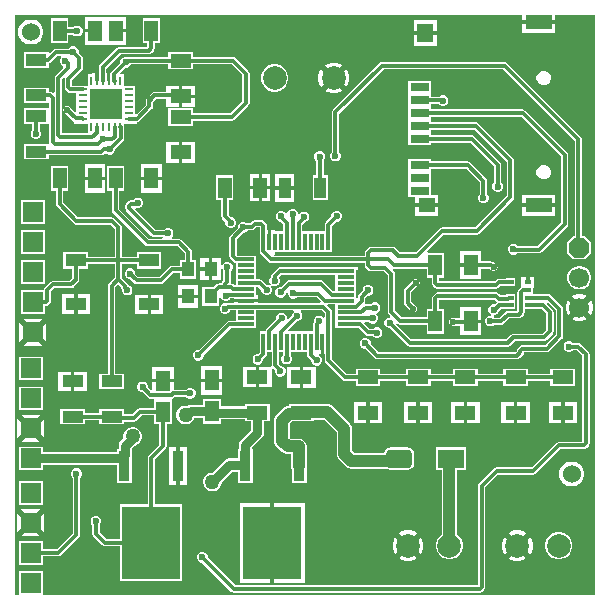
<source format=gtl>
G04*
G04 #@! TF.GenerationSoftware,Altium Limited,Altium Designer,21.1.1 (26)*
G04*
G04 Layer_Physical_Order=1*
G04 Layer_Color=255*
%FSLAX25Y25*%
%MOIN*%
G70*
G04*
G04 #@! TF.SameCoordinates,04740601-0AD8-466E-96FA-1E4AED34599A*
G04*
G04*
G04 #@! TF.FilePolarity,Positive*
G04*
G01*
G75*
%ADD12C,0.01000*%
%ADD18R,0.06299X0.02756*%
%ADD19R,0.05512X0.04724*%
%ADD20R,0.08661X0.04724*%
%ADD21R,0.05512X0.06299*%
%ADD22R,0.04842X0.07087*%
%ADD23R,0.01181X0.05709*%
%ADD24R,0.05709X0.01181*%
%ADD25R,0.03740X0.10236*%
%ADD26R,0.19291X0.24410*%
%ADD27R,0.07087X0.04331*%
G04:AMPARAMS|DCode=28|XSize=62.99mil|YSize=86.61mil|CornerRadius=15.75mil|HoleSize=0mil|Usage=FLASHONLY|Rotation=270.000|XOffset=0mil|YOffset=0mil|HoleType=Round|Shape=RoundedRectangle|*
%AMROUNDEDRECTD28*
21,1,0.06299,0.05512,0,0,270.0*
21,1,0.03150,0.08661,0,0,270.0*
1,1,0.03150,-0.02756,-0.01575*
1,1,0.03150,-0.02756,0.01575*
1,1,0.03150,0.02756,0.01575*
1,1,0.03150,0.02756,-0.01575*
%
%ADD28ROUNDEDRECTD28*%
%ADD29R,0.08661X0.06299*%
%ADD30R,0.04528X0.07087*%
%ADD31R,0.07087X0.03937*%
%ADD32R,0.04331X0.05118*%
%ADD33R,0.07087X0.04528*%
%ADD34R,0.01968X0.01378*%
%ADD35R,0.03937X0.07087*%
%ADD36R,0.03150X0.00984*%
%ADD37R,0.00984X0.03150*%
%ADD38R,0.10630X0.10236*%
%ADD64C,0.01181*%
%ADD65C,0.01378*%
%ADD66C,0.03937*%
%ADD67C,0.03150*%
%ADD68C,0.06000*%
%ADD69C,0.07874*%
%ADD70R,0.06693X0.06693*%
%ADD71C,0.06693*%
%ADD72P,0.07244X8X112.5*%
%ADD73C,0.02362*%
%ADD74C,0.05000*%
G36*
X194730Y1120D02*
X10888D01*
X10500Y1390D01*
X10500Y1620D01*
Y9279D01*
X2610D01*
Y1620D01*
X2610Y1390D01*
X2222Y1120D01*
X1120D01*
Y194730D01*
X170374D01*
Y192815D01*
X175886D01*
X181398D01*
Y194730D01*
X194730D01*
Y1120D01*
D02*
G37*
%LPC*%
G36*
X142027Y193012D02*
X134153D01*
Y189272D01*
X138091D01*
X142027D01*
Y193012D01*
D02*
G37*
G36*
X181398Y191634D02*
X175886D01*
X170374D01*
Y188681D01*
X181398D01*
Y191634D01*
D02*
G37*
G36*
X19004Y193512D02*
X13280D01*
Y185228D01*
X19004D01*
Y188059D01*
X20743D01*
X21039Y187763D01*
X21693Y187492D01*
X22401D01*
X23055Y187763D01*
X23556Y188264D01*
X23827Y188918D01*
Y189626D01*
X23556Y190280D01*
X23055Y190780D01*
X22401Y191051D01*
X21693D01*
X21039Y190780D01*
X20743Y190484D01*
X19004D01*
Y193512D01*
D02*
G37*
G36*
X7120Y193079D02*
X6030D01*
X4976Y192797D01*
X4032Y192251D01*
X3261Y191480D01*
X2715Y190536D01*
X2433Y189482D01*
Y188392D01*
X2715Y187338D01*
X3261Y186394D01*
X4032Y185623D01*
X4976Y185078D01*
X6030Y184795D01*
X7120D01*
X8173Y185078D01*
X9118Y185623D01*
X9889Y186394D01*
X10434Y187338D01*
X10717Y188392D01*
Y189482D01*
X10434Y190536D01*
X9889Y191480D01*
X9118Y192251D01*
X8173Y192797D01*
X7120Y193079D01*
D02*
G37*
G36*
X31429Y194095D02*
X30929Y194095D01*
X24508D01*
Y189961D01*
X27953D01*
Y188779D01*
X24508D01*
Y184646D01*
X30929D01*
X31398Y184646D01*
X31898Y184646D01*
X38319D01*
Y188779D01*
X34874D01*
Y189961D01*
X38319D01*
Y194095D01*
X31898D01*
X31429Y194095D01*
D02*
G37*
G36*
X142027Y188091D02*
X138091D01*
X134153D01*
Y184350D01*
X142027D01*
Y188091D01*
D02*
G37*
G36*
X108178Y178740D02*
X106830D01*
X105528Y178391D01*
X104640Y177878D01*
X107504Y175014D01*
X110368Y177878D01*
X109479Y178391D01*
X108178Y178740D01*
D02*
G37*
G36*
X49547Y193512D02*
X43823D01*
Y185228D01*
X45441D01*
Y183988D01*
X36024D01*
X35560Y183896D01*
X35166Y183633D01*
X29655Y178121D01*
X29392Y177728D01*
X29300Y177264D01*
Y175394D01*
X29134D01*
Y172638D01*
X27953D01*
Y175394D01*
X26870D01*
Y174811D01*
X25484D01*
Y170972D01*
X24327D01*
X24283Y171002D01*
X23819Y171094D01*
X20208D01*
Y172726D01*
X23593Y176111D01*
X23856Y176505D01*
X23948Y176969D01*
Y180175D01*
X23856Y180639D01*
X23593Y181032D01*
X22547Y182078D01*
Y182736D01*
X22276Y183390D01*
X21776Y183890D01*
X21122Y184161D01*
X20414D01*
X19760Y183890D01*
X19266Y183397D01*
X14862D01*
X14398Y183305D01*
X14005Y183042D01*
X12983Y182020D01*
X12567Y182193D01*
Y182193D01*
X4284D01*
Y177059D01*
X12567D01*
Y178466D01*
X12767Y178506D01*
X13160Y178769D01*
X15364Y180973D01*
X16529D01*
X16736Y180473D01*
X16503Y180240D01*
X16232Y179586D01*
Y178878D01*
X16503Y178224D01*
X17004Y177724D01*
X17165Y177657D01*
X17282Y177067D01*
X14809Y174594D01*
X14546Y174201D01*
X14454Y173737D01*
Y168780D01*
X13992Y168589D01*
X13908Y168672D01*
X13515Y168935D01*
X13051Y169027D01*
X12567D01*
Y170382D01*
X4284D01*
Y165248D01*
X12567D01*
X12674Y164792D01*
Y163916D01*
X12567Y163461D01*
X12174Y163461D01*
X4284D01*
Y158327D01*
X7056D01*
Y156265D01*
X6759Y155969D01*
X6488Y155315D01*
Y154607D01*
X6759Y153953D01*
X7260Y153452D01*
X7914Y153181D01*
X8622D01*
X9276Y153452D01*
X9776Y153953D01*
X10047Y154607D01*
Y155315D01*
X9776Y155969D01*
X9480Y156265D01*
Y158327D01*
X12567Y158327D01*
X12674Y157871D01*
Y152291D01*
X12714Y152089D01*
X12329Y151650D01*
X4284D01*
Y146516D01*
X12567D01*
Y147870D01*
X30043D01*
X30507Y147963D01*
X30900Y148225D01*
X31414Y148739D01*
X31421D01*
X31827Y148334D01*
X32481Y148063D01*
X33189D01*
X33843Y148334D01*
X34343Y148835D01*
X34614Y149489D01*
Y149908D01*
X37331Y152624D01*
X37593Y153017D01*
X37686Y153481D01*
Y157227D01*
X37594Y157691D01*
X37508Y157819D01*
Y158366D01*
X41929D01*
Y158830D01*
X42377Y158919D01*
X42770Y159182D01*
X46904Y163316D01*
X47167Y163709D01*
X47259Y164173D01*
Y165522D01*
X47478Y165850D01*
X47483Y165873D01*
X48271Y166662D01*
X51772D01*
Y164075D01*
X55905D01*
Y167520D01*
Y170965D01*
X51772D01*
Y169086D01*
X47769D01*
X47305Y168994D01*
X46912Y168731D01*
X45944Y167764D01*
X45894Y167754D01*
X45501Y167491D01*
X45238Y167098D01*
X45191Y166862D01*
X45189Y166860D01*
X44927Y166466D01*
X44834Y166003D01*
Y164675D01*
X41872Y161713D01*
X41346D01*
Y166823D01*
Y170972D01*
X37508D01*
Y174811D01*
X36529D01*
X36338Y175273D01*
X38124Y177059D01*
X38543D01*
X39197Y177330D01*
X39698Y177831D01*
X39817Y178118D01*
X52354D01*
Y176469D01*
X60638D01*
Y178118D01*
X73489D01*
X77036Y174572D01*
Y165758D01*
X73088Y161811D01*
X60638D01*
Y163461D01*
X52354D01*
Y157736D01*
X60638D01*
Y159386D01*
X73590D01*
X74054Y159478D01*
X74448Y159741D01*
X79105Y164399D01*
X79368Y164792D01*
X79460Y165256D01*
Y175074D01*
X79368Y175538D01*
X79105Y175931D01*
X74849Y180188D01*
X74455Y180451D01*
X73991Y180543D01*
X60638D01*
Y182193D01*
X52354D01*
Y180543D01*
X39001D01*
X38814Y180506D01*
X38543Y180618D01*
X37835D01*
X37181Y180347D01*
X36680Y179847D01*
X36409Y179193D01*
Y178773D01*
X33536Y175900D01*
X33273Y175507D01*
X33251Y175394D01*
X33071D01*
Y172638D01*
X31890D01*
Y175394D01*
X31724D01*
Y176762D01*
X36526Y181563D01*
X45962D01*
X46426Y181656D01*
X46819Y181918D01*
X47511Y182610D01*
X47774Y183004D01*
X47866Y183467D01*
Y185228D01*
X49547D01*
Y193512D01*
D02*
G37*
G36*
X177932Y176091D02*
X176989D01*
X176118Y175730D01*
X175451Y175063D01*
X175091Y174192D01*
Y173249D01*
X175451Y172378D01*
X176118Y171711D01*
X176989Y171350D01*
X177932D01*
X178803Y171711D01*
X179470Y172378D01*
X179831Y173249D01*
Y174192D01*
X179470Y175063D01*
X178803Y175730D01*
X177932Y176091D01*
D02*
G37*
G36*
X103248Y176486D02*
X102735Y175598D01*
X102386Y174296D01*
Y172948D01*
X102735Y171646D01*
X103248Y170758D01*
X106112Y173622D01*
X103248Y176486D01*
D02*
G37*
G36*
X111760Y176486D02*
X108896Y173622D01*
X111760Y170758D01*
X112273Y171646D01*
X112622Y172948D01*
Y174296D01*
X112273Y175598D01*
X111760Y176486D01*
D02*
G37*
G36*
X88416Y178157D02*
X87222D01*
X86068Y177848D01*
X85034Y177251D01*
X84190Y176407D01*
X83592Y175373D01*
X83284Y174219D01*
Y173025D01*
X83592Y171871D01*
X84190Y170837D01*
X85034Y169993D01*
X86068Y169396D01*
X87222Y169087D01*
X88416D01*
X89569Y169396D01*
X90604Y169993D01*
X91448Y170837D01*
X92045Y171871D01*
X92354Y173025D01*
Y174219D01*
X92045Y175373D01*
X91448Y176407D01*
X90604Y177251D01*
X89569Y177848D01*
X88416Y178157D01*
D02*
G37*
G36*
X107504Y172230D02*
X104640Y169366D01*
X105528Y168853D01*
X106830Y168504D01*
X108178D01*
X109479Y168853D01*
X110368Y169366D01*
X107504Y172230D01*
D02*
G37*
G36*
X61221Y170965D02*
X57087D01*
Y168110D01*
X61221D01*
Y170965D01*
D02*
G37*
G36*
X139870Y172547D02*
X132374D01*
Y168717D01*
X132374Y168595D01*
Y168217D01*
X132374Y168095D01*
Y164386D01*
X132374Y164264D01*
Y163886D01*
X132374Y163764D01*
Y160055D01*
X132374Y159933D01*
Y159555D01*
X132374Y159433D01*
Y155724D01*
X132374Y155602D01*
Y155224D01*
X132374Y155102D01*
Y151272D01*
X139870D01*
Y152036D01*
X153179D01*
X160993Y144222D01*
Y138745D01*
X160696Y138449D01*
X160425Y137795D01*
Y137087D01*
X160696Y136433D01*
X161197Y135932D01*
X161851Y135661D01*
X162559D01*
X163213Y135932D01*
X163713Y136433D01*
X163984Y137087D01*
Y137795D01*
X163713Y138449D01*
X163417Y138745D01*
Y144724D01*
X163325Y145188D01*
X163062Y145582D01*
X154538Y154105D01*
X154145Y154368D01*
X153681Y154460D01*
X139870D01*
Y155102D01*
X139870Y155224D01*
Y155602D01*
X139870Y155724D01*
Y156367D01*
X154518D01*
X165166Y145718D01*
Y134360D01*
X154616Y123811D01*
X143661D01*
X143198Y123718D01*
X142804Y123456D01*
X134931Y115582D01*
X129557D01*
X128134Y117005D01*
X127741Y117268D01*
X127277Y117360D01*
X119893D01*
X119429Y117268D01*
X119036Y117005D01*
X118237Y116207D01*
X117974Y115814D01*
X117882Y115350D01*
Y114401D01*
X87634D01*
X87594Y114461D01*
X87819Y114961D01*
X87819D01*
Y115543D01*
X106921D01*
Y118879D01*
X106945Y118996D01*
Y124206D01*
X108478Y125740D01*
X108897D01*
X109551Y126011D01*
X110052Y126512D01*
X110323Y127166D01*
Y127874D01*
X110052Y128528D01*
X109551Y129028D01*
X108897Y129299D01*
X108189D01*
X107535Y129028D01*
X107035Y128528D01*
X106764Y127874D01*
Y127455D01*
X104875Y125566D01*
X104612Y125173D01*
X104520Y124709D01*
Y122449D01*
X97102D01*
Y124753D01*
X97892Y125543D01*
X97992D01*
X98646Y125814D01*
X99146Y126315D01*
X99417Y126969D01*
Y127677D01*
X99146Y128331D01*
X98646Y128831D01*
X97992Y129102D01*
X97284D01*
X96630Y128831D01*
X96129Y128331D01*
X96080Y128213D01*
X95580Y128313D01*
Y128505D01*
X95310Y129159D01*
X94809Y129660D01*
X94155Y129931D01*
X93447D01*
X92793Y129660D01*
X92292Y129159D01*
X92074Y128632D01*
X91847Y128551D01*
X91679Y128525D01*
X91533Y128533D01*
X91102Y128963D01*
X90448Y129234D01*
X89740D01*
X89086Y128963D01*
X88586Y128463D01*
X88315Y127809D01*
Y127101D01*
X88586Y126447D01*
X89086Y125946D01*
X89740Y125675D01*
X89840D01*
X90741Y124774D01*
Y122449D01*
X87819D01*
Y123031D01*
X86638D01*
Y118996D01*
X85457D01*
Y123031D01*
X85291D01*
Y124385D01*
X85199Y124849D01*
X84936Y125243D01*
X84244Y125935D01*
X83851Y126197D01*
X83387Y126290D01*
X81302D01*
X80839Y126197D01*
X80445Y125935D01*
X79745Y125234D01*
X78417D01*
X78347Y125304D01*
X77693Y125575D01*
X76985D01*
X76331Y125304D01*
X75830Y124804D01*
X75559Y124150D01*
Y123731D01*
X73119Y121290D01*
X72856Y120897D01*
X72764Y120433D01*
Y114213D01*
X72856Y113749D01*
X73119Y113355D01*
X74143Y112332D01*
X74536Y112069D01*
X74819Y112013D01*
Y108063D01*
Y104754D01*
X74319Y104640D01*
X74111Y104847D01*
X73718Y105110D01*
X73254Y105202D01*
X73196Y105680D01*
Y109104D01*
X73568Y109477D01*
X73839Y110131D01*
Y110839D01*
X73568Y111493D01*
X73068Y111994D01*
X72414Y112265D01*
X71706D01*
X71052Y111994D01*
X70551Y111493D01*
X70280Y110839D01*
X69793Y110869D01*
Y113613D01*
X67037D01*
Y109873D01*
Y106133D01*
X69793D01*
Y110101D01*
X70280Y110131D01*
X70551Y109477D01*
X70771Y109257D01*
Y106182D01*
X70393Y105804D01*
X70130Y105411D01*
X70088Y105202D01*
X69245D01*
X68782Y105110D01*
X68388Y104847D01*
X67560Y104019D01*
X63746D01*
Y97704D01*
X69274D01*
Y100594D01*
X69737Y100683D01*
X70008Y100029D01*
X70508Y99529D01*
X71162Y99258D01*
X71870D01*
X72524Y99529D01*
X73025Y100029D01*
X73081Y100166D01*
X74236D01*
Y100000D01*
X78272D01*
X82307D01*
Y101181D01*
X81724D01*
Y104103D01*
X82332D01*
X83378Y103057D01*
Y102638D01*
X83649Y101984D01*
X84149Y101484D01*
X84803Y101213D01*
X85511D01*
X86165Y101484D01*
X86666Y101984D01*
X86937Y102638D01*
Y103346D01*
X86666Y104000D01*
X86488Y104178D01*
X86787Y104554D01*
X87441Y104283D01*
X88149D01*
X88803Y104554D01*
X89304Y105055D01*
X89575Y105709D01*
Y106417D01*
X89304Y107071D01*
X89202Y107173D01*
X90069Y108040D01*
X108087D01*
Y106095D01*
Y102590D01*
X107377D01*
X104110Y105857D01*
X103716Y106120D01*
X103252Y106212D01*
X92677D01*
X92213Y106120D01*
X91820Y105857D01*
X89868Y103905D01*
X89449D01*
X88795Y103635D01*
X88295Y103134D01*
X88024Y102480D01*
Y101772D01*
X88295Y101118D01*
X88795Y100617D01*
X89449Y100347D01*
X90157D01*
X90811Y100617D01*
X91312Y101118D01*
X91583Y101772D01*
Y102017D01*
X91776Y102159D01*
X92276Y101907D01*
Y101496D01*
X92546Y100842D01*
X93047Y100342D01*
X93701Y100071D01*
X94409D01*
X95063Y100342D01*
X95257Y100536D01*
X101707D01*
X103127Y99115D01*
X102936Y98653D01*
X82307D01*
Y98819D01*
X78272D01*
X74236D01*
Y98653D01*
X72406D01*
X71942Y98561D01*
X71816Y98477D01*
X71732Y98512D01*
X71024D01*
X70370Y98241D01*
X69869Y97740D01*
X69598Y97086D01*
Y96378D01*
X69869Y95724D01*
X70370Y95224D01*
X71024Y94953D01*
X71732D01*
X72386Y95224D01*
X72887Y95724D01*
X73096Y96229D01*
X74819D01*
Y92748D01*
X72716D01*
X72253Y92655D01*
X71859Y92393D01*
X62467Y83000D01*
X62048D01*
X61394Y82729D01*
X60893Y82228D01*
X60622Y81574D01*
Y80866D01*
X60893Y80212D01*
X61394Y79712D01*
X62048Y79441D01*
X62756D01*
X63410Y79712D01*
X63910Y80212D01*
X64181Y80866D01*
Y81286D01*
X73219Y90323D01*
X78272D01*
X78389Y90346D01*
X81724D01*
Y92315D01*
Y96229D01*
X93950D01*
X94157Y95729D01*
X93806Y95378D01*
X93535Y94724D01*
Y94305D01*
X92398Y93167D01*
X91898Y93374D01*
Y93858D01*
X91627Y94512D01*
X91126Y95012D01*
X90472Y95284D01*
X89764D01*
X89110Y95012D01*
X88609Y94512D01*
X88339Y93858D01*
Y93439D01*
X85190Y90290D01*
X84927Y89897D01*
X84835Y89433D01*
Y89181D01*
X82890D01*
Y85845D01*
X82867Y85728D01*
Y82142D01*
X82308Y81584D01*
X81889D01*
X81235Y81313D01*
X80734Y80812D01*
X80464Y80158D01*
Y79450D01*
X80734Y78796D01*
X81235Y78295D01*
X81889Y78025D01*
X82597D01*
X83251Y78295D01*
X83752Y78796D01*
X84023Y79450D01*
Y79869D01*
X84936Y80783D01*
X85199Y81176D01*
X85291Y81640D01*
Y82276D01*
X86804D01*
Y77862D01*
X86804Y77855D01*
X86392Y77362D01*
X82677D01*
Y73917D01*
Y70472D01*
X86811D01*
Y76638D01*
X87311Y76845D01*
X87915Y76242D01*
X87906Y76220D01*
Y75512D01*
X88176Y74858D01*
X88677Y74357D01*
X89331Y74087D01*
X90039D01*
X90693Y74357D01*
X91194Y74858D01*
X91465Y75512D01*
Y76220D01*
X91194Y76874D01*
X90693Y77375D01*
X90039Y77646D01*
X89939D01*
X89228Y78357D01*
Y82276D01*
X90741D01*
Y81328D01*
X90342Y80929D01*
X90071Y80275D01*
Y79567D01*
X90342Y78913D01*
X90842Y78413D01*
X91496Y78142D01*
X92204D01*
X92858Y78413D01*
X93359Y78913D01*
X93630Y79567D01*
Y80275D01*
X93359Y80929D01*
X93165Y81123D01*
Y82276D01*
X98615D01*
Y81374D01*
X98707Y80910D01*
X98970Y80517D01*
X100091Y79396D01*
Y79174D01*
X100362Y78519D01*
X100862Y78019D01*
X101516Y77748D01*
X102224D01*
X102878Y78019D01*
X103379Y78519D01*
X103650Y79174D01*
Y79882D01*
X103379Y80536D01*
X102878Y81036D01*
X102500Y81193D01*
X102599Y81693D01*
X103173D01*
Y85728D01*
X104354D01*
Y81693D01*
X104520D01*
Y81198D01*
X104496Y81079D01*
Y79528D01*
X104589Y79064D01*
X104851Y78670D01*
X110545Y72976D01*
X110939Y72714D01*
X111402Y72621D01*
X114779D01*
Y70972D01*
X123063D01*
Y72621D01*
X131512D01*
Y70972D01*
X139795D01*
Y72621D01*
X147260D01*
Y70972D01*
X155543D01*
Y72621D01*
X163992D01*
Y70972D01*
X172276D01*
Y72621D01*
X179740D01*
Y70972D01*
X188024D01*
Y76696D01*
X179740D01*
Y75046D01*
X172276D01*
Y76696D01*
X163992D01*
Y75046D01*
X155543D01*
Y76696D01*
X147260D01*
Y75046D01*
X139795D01*
Y76696D01*
X131512D01*
Y75046D01*
X123063D01*
Y76696D01*
X114779D01*
Y75046D01*
X111905D01*
X106921Y80030D01*
Y80984D01*
X106945Y81102D01*
Y89700D01*
X106929Y89779D01*
Y95661D01*
X106836Y96125D01*
X106574Y96519D01*
X105357Y97735D01*
X105549Y98197D01*
X108087D01*
Y94283D01*
Y90346D01*
X111422D01*
X111539Y90323D01*
X115821D01*
X118172Y87972D01*
X118565Y87709D01*
X119029Y87617D01*
X120564D01*
X120974Y87208D01*
X121628Y86937D01*
X122336D01*
X122990Y87208D01*
X123491Y87708D01*
X123761Y88362D01*
Y89070D01*
X123491Y89724D01*
X122990Y90225D01*
X122336Y90496D01*
X121628D01*
X120974Y90225D01*
X120791Y90042D01*
X119531D01*
X117743Y91830D01*
X117935Y92292D01*
X119286D01*
X119582Y91995D01*
X120237Y91724D01*
X120944D01*
X121599Y91995D01*
X122099Y92496D01*
X122370Y93150D01*
Y93858D01*
X122099Y94512D01*
X121756Y94855D01*
X121850Y95402D01*
X121855Y95410D01*
X122285Y95588D01*
X122785Y96088D01*
X123056Y96743D01*
Y97451D01*
X122785Y98105D01*
X122285Y98605D01*
X121631Y98876D01*
X120923D01*
X120269Y98605D01*
X119972Y98309D01*
X118192D01*
X118135Y98297D01*
X117834Y98747D01*
X117940Y98907D01*
X118033Y99370D01*
Y100255D01*
X118872Y101094D01*
X119291D01*
X119945Y101365D01*
X120446Y101866D01*
X120717Y102520D01*
Y103228D01*
X120446Y103882D01*
X119945Y104383D01*
X119291Y104654D01*
X118583D01*
X117929Y104383D01*
X117428Y103882D01*
X117157Y103228D01*
Y102809D01*
X115963Y101615D01*
X115700Y101221D01*
X115608Y100757D01*
Y100196D01*
X115492Y100117D01*
X114992Y100382D01*
Y102157D01*
Y106095D01*
Y109449D01*
X115575D01*
Y110630D01*
X111539D01*
X107504D01*
Y110464D01*
X89567D01*
X89103Y110372D01*
X88710Y110109D01*
X86938Y108337D01*
X86675Y107944D01*
X86583Y107480D01*
Y107367D01*
X86287Y107071D01*
X86016Y106417D01*
Y105709D01*
X86287Y105055D01*
X86465Y104877D01*
X86165Y104501D01*
X85511Y104772D01*
X85092D01*
X83692Y106172D01*
X83299Y106435D01*
X82835Y106527D01*
X81724D01*
Y110031D01*
Y114378D01*
X78389D01*
X78272Y114401D01*
X75502D01*
X75189Y114715D01*
Y119931D01*
X77274Y122016D01*
X77693D01*
X78347Y122287D01*
X78847Y122788D01*
X78857Y122809D01*
X80247D01*
X80711Y122902D01*
X81104Y123164D01*
X81805Y123865D01*
X82867D01*
Y118996D01*
Y115838D01*
X82890Y115721D01*
Y115543D01*
X82925D01*
X82959Y115374D01*
X83222Y114981D01*
X85871Y112332D01*
X86264Y112069D01*
X86728Y111977D01*
X107504D01*
Y111811D01*
X111539D01*
X115575D01*
Y111977D01*
X117882D01*
Y111125D01*
X117974Y110661D01*
X118237Y110268D01*
X118929Y109576D01*
X119323Y109313D01*
X119786Y109221D01*
X124065D01*
X125461Y107825D01*
Y95652D01*
X125553Y95188D01*
X125816Y94795D01*
X126349Y94262D01*
X126142Y93762D01*
X125813D01*
X125159Y93491D01*
X124659Y92990D01*
X124388Y92336D01*
Y91628D01*
X124659Y90974D01*
X125159Y90474D01*
X125813Y90203D01*
X126232D01*
X132056Y84379D01*
X132449Y84116D01*
X132913Y84024D01*
X165551D01*
X166015Y84116D01*
X166408Y84379D01*
X167943Y85914D01*
X177638D01*
X178102Y86006D01*
X178495Y86269D01*
X180483Y88257D01*
X180746Y88650D01*
X180838Y89114D01*
Y95571D01*
X180746Y96035D01*
X180483Y96428D01*
X178547Y98365D01*
X178707Y98912D01*
X178834Y98940D01*
X181544Y96230D01*
Y88061D01*
X178080Y84598D01*
X170416D01*
X169952Y84506D01*
X169559Y84243D01*
X168867Y83551D01*
X168604Y83158D01*
X168515Y82710D01*
X168120Y82315D01*
X122589D01*
X119850Y85053D01*
Y85472D01*
X119580Y86126D01*
X119079Y86627D01*
X118425Y86898D01*
X117717D01*
X117063Y86627D01*
X116562Y86126D01*
X116291Y85472D01*
Y84764D01*
X116562Y84110D01*
X117063Y83609D01*
X117717Y83339D01*
X118136D01*
X121229Y80245D01*
X121623Y79982D01*
X122087Y79890D01*
X168622D01*
X169086Y79982D01*
X169479Y80245D01*
X170582Y81348D01*
X170844Y81741D01*
X170931Y82174D01*
X178583D01*
X179047Y82266D01*
X179440Y82529D01*
X183613Y86702D01*
X183876Y87095D01*
X183968Y87559D01*
Y96732D01*
X183876Y97196D01*
X183613Y97590D01*
X179952Y101251D01*
X179559Y101514D01*
X179095Y101606D01*
X173791D01*
Y103648D01*
X174374D01*
Y107388D01*
X172799D01*
Y105518D01*
X171618D01*
Y107388D01*
X170043D01*
Y103884D01*
X169795Y103718D01*
X169103Y103026D01*
X168841Y102633D01*
X168748Y102169D01*
Y95976D01*
X165516D01*
X165052Y95884D01*
X164659Y95621D01*
X162805Y93767D01*
X161184D01*
X160882Y94097D01*
X161050Y94559D01*
X161220D01*
X161874Y94830D01*
X162375Y95331D01*
X162646Y95985D01*
Y96084D01*
X163190Y96629D01*
X164917D01*
Y96553D01*
X168083D01*
Y99113D01*
Y101687D01*
X164917D01*
Y101173D01*
X163179D01*
X162590Y101763D01*
X162196Y102025D01*
X161732Y102118D01*
X142031D01*
X141567Y102025D01*
X141173Y101763D01*
X140481Y101071D01*
X140219Y100678D01*
X140126Y100214D01*
Y96661D01*
X138476D01*
Y93830D01*
X130209D01*
X127885Y96154D01*
Y108327D01*
X127793Y108791D01*
X127530Y109184D01*
X127106Y109608D01*
X127353Y110069D01*
X127657Y110008D01*
X138476D01*
Y107079D01*
X140126D01*
Y105298D01*
X140219Y104834D01*
X140481Y104441D01*
X141173Y103749D01*
X141567Y103486D01*
X142031Y103394D01*
X161693D01*
X162157Y103486D01*
X162550Y103749D01*
X163107Y104306D01*
X164917D01*
Y104231D01*
X168083D01*
Y106806D01*
X164917D01*
Y106730D01*
X162605D01*
X162141Y106638D01*
X161748Y106375D01*
X161191Y105819D01*
X142551D01*
Y107079D01*
X144201D01*
Y115362D01*
X138847D01*
X138640Y115862D01*
X144164Y121386D01*
X155118D01*
X155582Y121478D01*
X155975Y121741D01*
X167235Y133001D01*
X167498Y133394D01*
X167590Y133858D01*
Y146221D01*
X167498Y146684D01*
X167235Y147078D01*
X155877Y158436D01*
X155484Y158699D01*
X155020Y158791D01*
X139870D01*
Y159433D01*
X139870Y159555D01*
Y159933D01*
X139870Y160055D01*
Y160697D01*
X170029D01*
X183276Y147451D01*
Y125384D01*
X175443Y117551D01*
X168903D01*
X168449Y118005D01*
X167795Y118276D01*
X167087D01*
X166433Y118005D01*
X165932Y117504D01*
X165661Y116850D01*
Y116142D01*
X165932Y115488D01*
X166433Y114987D01*
X167087Y114716D01*
X167795D01*
X168449Y114987D01*
X168588Y115126D01*
X175945D01*
X176409Y115219D01*
X176802Y115481D01*
X185345Y124025D01*
X185608Y124418D01*
X185701Y124882D01*
Y147953D01*
X185608Y148417D01*
X185345Y148810D01*
X171389Y162767D01*
X170995Y163029D01*
X170531Y163122D01*
X139870D01*
Y163764D01*
X139870Y163886D01*
Y164264D01*
X139870Y164386D01*
Y164920D01*
X142524D01*
X142929Y164515D01*
X143583Y164244D01*
X144291D01*
X144945Y164515D01*
X145446Y165016D01*
X145717Y165670D01*
Y166378D01*
X145446Y167032D01*
X144945Y167532D01*
X144291Y167803D01*
X143583D01*
X142929Y167532D01*
X142741Y167344D01*
X139870D01*
Y168095D01*
X139870Y168217D01*
Y168595D01*
X139870Y168717D01*
Y172547D01*
D02*
G37*
G36*
X61221Y166929D02*
X57087D01*
Y164075D01*
X61221D01*
Y166929D01*
D02*
G37*
G36*
Y152232D02*
X57087D01*
Y148787D01*
Y145343D01*
X61221D01*
Y152232D01*
D02*
G37*
G36*
X55905D02*
X51772D01*
Y145343D01*
X55905D01*
Y148787D01*
Y152232D01*
D02*
G37*
G36*
X50130Y144882D02*
X43240D01*
Y140748D01*
X46685D01*
X50130D01*
Y144882D01*
D02*
G37*
G36*
X31398D02*
X24508D01*
Y140748D01*
X27953D01*
X31398D01*
Y144882D01*
D02*
G37*
G36*
X177932Y144595D02*
X176989D01*
X176118Y144234D01*
X175451Y143567D01*
X175091Y142696D01*
Y141753D01*
X175451Y140882D01*
X176118Y140215D01*
X176989Y139854D01*
X177932D01*
X178803Y140215D01*
X179470Y140882D01*
X179831Y141753D01*
Y142696D01*
X179470Y143567D01*
X178803Y144234D01*
X177932Y144595D01*
D02*
G37*
G36*
X94378Y141732D02*
X88079D01*
Y137598D01*
X91228D01*
X94378D01*
Y141732D01*
D02*
G37*
G36*
X86236Y141551D02*
X83473D01*
Y137508D01*
X86236D01*
Y141551D01*
D02*
G37*
G36*
X82472D02*
X79709D01*
Y137508D01*
X82472D01*
Y141551D01*
D02*
G37*
G36*
X50130Y139567D02*
X46685D01*
X43240D01*
Y135433D01*
X50130D01*
Y139567D01*
D02*
G37*
G36*
X31398D02*
X27953D01*
X24508D01*
Y135433D01*
X31398D01*
Y139567D01*
D02*
G37*
G36*
X103208Y149221D02*
X102500D01*
X101846Y148950D01*
X101346Y148449D01*
X101075Y147795D01*
Y147087D01*
X101346Y146433D01*
X101735Y146044D01*
Y141150D01*
X100472D01*
Y132866D01*
X105606D01*
Y141150D01*
X104159D01*
Y146229D01*
X104363Y146433D01*
X104634Y147087D01*
Y147795D01*
X104363Y148449D01*
X103862Y148950D01*
X103208Y149221D01*
D02*
G37*
G36*
X86236Y136508D02*
X83473D01*
Y132465D01*
X86236D01*
Y136508D01*
D02*
G37*
G36*
X82472D02*
X79709D01*
Y132465D01*
X82472D01*
Y136508D01*
D02*
G37*
G36*
X94378Y136417D02*
X91228D01*
X88079D01*
Y132283D01*
X94378D01*
Y136417D01*
D02*
G37*
G36*
X139870Y146563D02*
X132374D01*
Y142732D01*
X132374Y142610D01*
Y142232D01*
X132374Y142110D01*
Y138402D01*
X132374Y138279D01*
Y137902D01*
X132374Y137779D01*
Y133949D01*
X134547D01*
Y131791D01*
X138484D01*
X142421D01*
Y134744D01*
X139870D01*
Y137779D01*
X139870Y137902D01*
Y138279D01*
X139870Y138402D01*
Y142110D01*
X139870Y142232D01*
Y142610D01*
X139870Y142732D01*
Y143374D01*
X151644D01*
X156229Y138789D01*
Y135045D01*
X155932Y134748D01*
X155661Y134094D01*
Y133386D01*
X155932Y132732D01*
X156433Y132231D01*
X157087Y131961D01*
X157795D01*
X158449Y132231D01*
X158949Y132732D01*
X159221Y133386D01*
Y134094D01*
X158949Y134748D01*
X158653Y135045D01*
Y139291D01*
X158561Y139755D01*
X158298Y140149D01*
X153003Y145444D01*
X152610Y145707D01*
X152146Y145799D01*
X139870D01*
Y146563D01*
D02*
G37*
G36*
X181398Y134744D02*
X170374D01*
Y131791D01*
X175886D01*
X181398D01*
Y134744D01*
D02*
G37*
G36*
X37736Y144299D02*
X32012D01*
Y136016D01*
X33662D01*
Y129535D01*
X33754Y129071D01*
X34017Y128678D01*
X44694Y118001D01*
X45087Y117738D01*
X45551Y117646D01*
X55364D01*
X57790Y115220D01*
Y113013D01*
X56238D01*
Y111068D01*
X53505D01*
X53041Y110975D01*
X52648Y110713D01*
X49329Y107393D01*
X42313D01*
X41425Y108281D01*
Y108700D01*
X41154Y109354D01*
X40654Y109855D01*
X40000Y110126D01*
X39292D01*
X38638Y109855D01*
X38137Y109354D01*
X37866Y108700D01*
Y107992D01*
X38137Y107338D01*
X38638Y106838D01*
X39292Y106567D01*
X39711D01*
X40954Y105324D01*
X41347Y105061D01*
X41811Y104969D01*
X49831D01*
X50295Y105061D01*
X50688Y105324D01*
X54007Y108643D01*
X56238D01*
Y106698D01*
X61766D01*
Y113013D01*
X60214D01*
Y115723D01*
X60122Y116186D01*
X59859Y116580D01*
X56723Y119715D01*
X56330Y119978D01*
X55866Y120071D01*
X53767D01*
X53560Y120571D01*
X53792Y120803D01*
X54063Y121457D01*
Y122165D01*
X53792Y122819D01*
X53291Y123320D01*
X52637Y123591D01*
X51929D01*
X51275Y123320D01*
X50979Y123023D01*
X48101D01*
X41183Y129941D01*
X41467Y130364D01*
X41890Y130189D01*
X42598D01*
X43252Y130460D01*
X43753Y130961D01*
X44024Y131614D01*
Y132323D01*
X43753Y132976D01*
X43252Y133477D01*
X42598Y133748D01*
X41890D01*
X41236Y133477D01*
X40743Y132984D01*
X40000D01*
X39536Y132892D01*
X39143Y132629D01*
X38434Y131920D01*
X38171Y131527D01*
X38079Y131063D01*
Y130118D01*
X38171Y129654D01*
X38434Y129261D01*
X46741Y120954D01*
X47135Y120691D01*
X47598Y120599D01*
X50478D01*
X50497Y120571D01*
X50229Y120071D01*
X46053D01*
X36086Y130038D01*
Y136016D01*
X37736D01*
Y144299D01*
D02*
G37*
G36*
X181398Y130610D02*
X175886D01*
X170374D01*
Y127657D01*
X181398D01*
Y130610D01*
D02*
G37*
G36*
X142421Y130610D02*
X138484D01*
X134547D01*
Y127657D01*
X142421D01*
Y130610D01*
D02*
G37*
G36*
X11189Y132803D02*
X3299D01*
Y124913D01*
X11189D01*
Y132803D01*
D02*
G37*
G36*
X74024Y141150D02*
X68299D01*
Y132866D01*
X70048D01*
Y127564D01*
X70140Y127100D01*
X70403Y126707D01*
X71379Y125730D01*
X71370Y125708D01*
Y125000D01*
X71641Y124346D01*
X72142Y123846D01*
X72796Y123575D01*
X73504D01*
X74158Y123846D01*
X74658Y124346D01*
X74929Y125000D01*
Y125708D01*
X74658Y126362D01*
X74158Y126863D01*
X73504Y127134D01*
X73404D01*
X72472Y128066D01*
Y132866D01*
X74024D01*
Y141150D01*
D02*
G37*
G36*
X11189Y122803D02*
X3299D01*
Y114913D01*
X11189D01*
Y122803D01*
D02*
G37*
G36*
X19004Y144299D02*
X13280D01*
Y136016D01*
X14930D01*
Y131595D01*
X15022Y131131D01*
X15284Y130737D01*
X20895Y125127D01*
X21288Y124864D01*
X21752Y124772D01*
X33061D01*
X34516Y123317D01*
Y114007D01*
X25697D01*
Y115559D01*
X17413D01*
Y110031D01*
X20343D01*
Y106900D01*
X19478Y106035D01*
X13976D01*
X13512Y105943D01*
X13119Y105680D01*
X11249Y103810D01*
X10986Y103417D01*
X10894Y102953D01*
Y102803D01*
X3299D01*
Y94913D01*
X11189D01*
Y97626D01*
X11520D01*
X11984Y97719D01*
X12378Y97981D01*
X12964Y98567D01*
X13226Y98961D01*
X13319Y99424D01*
Y102451D01*
X14479Y103611D01*
X19980D01*
X20444Y103703D01*
X20838Y103966D01*
X22412Y105540D01*
X22675Y105934D01*
X22767Y106398D01*
Y110031D01*
X25697D01*
Y111583D01*
X34516D01*
Y107097D01*
X32607Y105188D01*
X32345Y104795D01*
X32252Y104331D01*
Y75106D01*
X29323D01*
Y69972D01*
X37606D01*
Y75106D01*
X34677D01*
Y103829D01*
X35728Y104880D01*
X36681Y103927D01*
Y103740D01*
X36774Y103276D01*
X36861Y103146D01*
Y102554D01*
X37132Y101900D01*
X37633Y101400D01*
X38287Y101129D01*
X38995D01*
X39649Y101400D01*
X40149Y101900D01*
X40420Y102554D01*
Y103262D01*
X40149Y103916D01*
X39649Y104417D01*
X39060Y104661D01*
X39014Y104893D01*
X38751Y105286D01*
X36941Y107097D01*
Y111583D01*
X41823D01*
Y110031D01*
X50106D01*
Y115559D01*
X41823D01*
Y114007D01*
X36941D01*
Y123819D01*
X36848Y124283D01*
X36586Y124676D01*
X34420Y126841D01*
X34027Y127104D01*
X33563Y127197D01*
X22254D01*
X17354Y132097D01*
Y136016D01*
X19004D01*
Y144299D01*
D02*
G37*
G36*
X164551Y178929D02*
X123622D01*
X123158Y178837D01*
X122765Y178574D01*
X107253Y163062D01*
X106990Y162669D01*
X106898Y162205D01*
Y148863D01*
X106602Y148567D01*
X106331Y147913D01*
Y147205D01*
X106602Y146551D01*
X107102Y146051D01*
X107756Y145780D01*
X108464D01*
X109118Y146051D01*
X109619Y146551D01*
X109890Y147205D01*
Y147913D01*
X109619Y148567D01*
X109323Y148863D01*
Y161703D01*
X124124Y176504D01*
X164017D01*
X187891Y152631D01*
Y121031D01*
X187398D01*
X185425Y119059D01*
Y115114D01*
X187398Y113142D01*
X191342D01*
X193315Y115114D01*
Y119059D01*
X191342Y121031D01*
X190316D01*
Y153164D01*
X190223Y153628D01*
X189961Y154022D01*
X165408Y178574D01*
X165015Y178837D01*
X164551Y178929D01*
D02*
G37*
G36*
X65856Y113613D02*
X63100D01*
Y110464D01*
X65856D01*
Y113613D01*
D02*
G37*
G36*
X156595Y115945D02*
X149705D01*
Y111811D01*
X153150D01*
Y110630D01*
X149705D01*
Y106496D01*
X156595D01*
Y110087D01*
X159434D01*
X159805Y109716D01*
X160198Y109453D01*
X160662Y109361D01*
X160982D01*
X161446Y109453D01*
X161839Y109716D01*
X162102Y110109D01*
X162194Y110573D01*
X162102Y111037D01*
X161839Y111430D01*
X161446Y111693D01*
X161210Y111740D01*
X160793Y112156D01*
X160400Y112419D01*
X159936Y112512D01*
X156595D01*
Y115945D01*
D02*
G37*
G36*
X65856Y109283D02*
X63100D01*
Y106133D01*
X65856D01*
Y109283D01*
D02*
G37*
G36*
X11189Y112803D02*
X3299D01*
Y104913D01*
X11189D01*
Y112803D01*
D02*
G37*
G36*
X189889Y111031D02*
X188851D01*
X187847Y110763D01*
X186948Y110243D01*
X186213Y109509D01*
X185694Y108609D01*
X185425Y107606D01*
Y106567D01*
X185694Y105564D01*
X186213Y104664D01*
X186948Y103930D01*
X187847Y103411D01*
X188851Y103142D01*
X189889D01*
X190893Y103411D01*
X191792Y103930D01*
X192527Y104664D01*
X193046Y105564D01*
X193315Y106567D01*
Y107606D01*
X193046Y108609D01*
X192527Y109509D01*
X191792Y110243D01*
X190893Y110763D01*
X189889Y111031D01*
D02*
G37*
G36*
X62348Y104540D02*
X55655D01*
Y101391D01*
X59002D01*
X62348D01*
Y104540D01*
D02*
G37*
G36*
X189966Y101614D02*
X188774D01*
X187622Y101306D01*
X186938Y100910D01*
X189370Y98479D01*
X191802Y100910D01*
X191118Y101306D01*
X189966Y101614D01*
D02*
G37*
G36*
X62348Y100210D02*
X59002D01*
X55655D01*
Y97060D01*
X62348D01*
Y100210D01*
D02*
G37*
G36*
X134912Y106597D02*
X134448Y106505D01*
X134055Y106242D01*
X131348Y103534D01*
X131085Y103141D01*
X130992Y102677D01*
Y98583D01*
X131085Y98119D01*
X131348Y97725D01*
X133198Y95875D01*
X133591Y95612D01*
X134055Y95520D01*
X134519Y95612D01*
X134912Y95875D01*
X135175Y96268D01*
X135267Y96732D01*
X135175Y97196D01*
X134912Y97589D01*
X133417Y99085D01*
Y102175D01*
X135769Y104527D01*
X136032Y104921D01*
X136125Y105385D01*
X136032Y105849D01*
X135769Y106242D01*
X135376Y106505D01*
X134912Y106597D01*
D02*
G37*
G36*
X50508Y101394D02*
X46465D01*
Y98228D01*
Y95063D01*
X50508D01*
Y101394D01*
D02*
G37*
G36*
X45465D02*
X41421D01*
Y95063D01*
X45465D01*
Y98228D01*
Y101394D01*
D02*
G37*
G36*
X26280Y101575D02*
X22146D01*
Y98228D01*
Y94882D01*
X26280D01*
Y101575D01*
D02*
G37*
G36*
X20965D02*
X16831D01*
Y94882D01*
X20965D01*
Y98228D01*
Y101575D01*
D02*
G37*
G36*
X185546Y99519D02*
X185151Y98834D01*
X184843Y97683D01*
Y96491D01*
X185151Y95339D01*
X185546Y94655D01*
X187978Y97087D01*
X185546Y99519D01*
D02*
G37*
G36*
X193194Y99519D02*
X190762Y97087D01*
X193194Y94655D01*
X193589Y95339D01*
X193898Y96491D01*
Y97683D01*
X193589Y98834D01*
X193194Y99519D01*
D02*
G37*
G36*
X189370Y95695D02*
X186938Y93263D01*
X187622Y92868D01*
X188774Y92559D01*
X189966D01*
X191118Y92868D01*
X191802Y93263D01*
X189370Y95695D01*
D02*
G37*
G36*
X10380Y93386D02*
X4109D01*
X7244Y90250D01*
X10380Y93386D01*
D02*
G37*
G36*
X11772Y91994D02*
X8636Y88858D01*
X11772Y85723D01*
Y91994D01*
D02*
G37*
G36*
X2716Y91994D02*
Y85723D01*
X5852Y88858D01*
X2716Y91994D01*
D02*
G37*
G36*
X7244Y87466D02*
X4109Y84331D01*
X10380D01*
X7244Y87466D01*
D02*
G37*
G36*
X70433Y77559D02*
X63228D01*
Y73425D01*
X66831D01*
X70433D01*
Y77559D01*
D02*
G37*
G36*
X54193Y77441D02*
X46988D01*
Y73307D01*
X50590D01*
X54193D01*
Y77441D01*
D02*
G37*
G36*
X10500Y80776D02*
X2610D01*
Y72886D01*
X10500D01*
Y80776D01*
D02*
G37*
G36*
X81496Y77362D02*
X77362D01*
Y70472D01*
X81496D01*
Y73917D01*
Y77362D01*
D02*
G37*
G36*
X101476Y77264D02*
X97342D01*
Y73819D01*
Y70374D01*
X101476D01*
Y77264D01*
D02*
G37*
G36*
X96161D02*
X92028D01*
Y70374D01*
X96161D01*
Y73819D01*
Y77264D01*
D02*
G37*
G36*
X25197Y75689D02*
X21063D01*
Y72539D01*
Y69390D01*
X25197D01*
Y75689D01*
D02*
G37*
G36*
X19882D02*
X15748D01*
Y69390D01*
X19882D01*
Y72539D01*
Y75689D01*
D02*
G37*
G36*
X70433Y72244D02*
X66831D01*
X63228D01*
Y68110D01*
X70433D01*
Y72244D01*
D02*
G37*
G36*
X44133Y72409D02*
X43426D01*
X42772Y72139D01*
X42271Y71638D01*
X42000Y70984D01*
Y70276D01*
X42271Y69622D01*
X42772Y69121D01*
X43426Y68850D01*
X43845D01*
X45568Y67127D01*
X45961Y66864D01*
X46425Y66772D01*
X47166D01*
X47571Y66543D01*
X47571Y66272D01*
Y63614D01*
X43012D01*
X42548Y63522D01*
X42155Y63259D01*
X40344Y61449D01*
X37606D01*
Y63295D01*
X29323D01*
Y61941D01*
X24614D01*
Y63295D01*
X16331D01*
Y58161D01*
X24614D01*
Y59516D01*
X29323D01*
Y58161D01*
X37606D01*
Y59024D01*
X40846D01*
X41310Y59116D01*
X41704Y59379D01*
X43514Y61189D01*
X47571D01*
Y58260D01*
X49378D01*
Y51388D01*
X45820Y47830D01*
X45557Y47436D01*
X45465Y46972D01*
Y31504D01*
X36433D01*
Y19913D01*
X31801D01*
X29467Y22248D01*
Y24575D01*
X29763Y24871D01*
X30034Y25525D01*
Y26233D01*
X29763Y26887D01*
X29263Y27388D01*
X28608Y27659D01*
X27900D01*
X27246Y27388D01*
X26746Y26887D01*
X26475Y26233D01*
Y25525D01*
X26746Y24871D01*
X27042Y24575D01*
Y21746D01*
X27134Y21282D01*
X27397Y20888D01*
X30442Y17844D01*
X30835Y17581D01*
X31299Y17489D01*
X36433D01*
Y5898D01*
X56921D01*
Y31504D01*
X47889D01*
Y46470D01*
X51448Y50029D01*
X51710Y50422D01*
X51803Y50886D01*
Y58260D01*
X53610D01*
Y66283D01*
X53610Y66543D01*
X53968Y66864D01*
X54361Y67127D01*
X54566Y67331D01*
X58381D01*
X58677Y67035D01*
X59331Y66764D01*
X60039D01*
X60693Y67035D01*
X61194Y67535D01*
X61465Y68189D01*
Y68897D01*
X61194Y69551D01*
X60693Y70052D01*
X60039Y70323D01*
X59331D01*
X58677Y70052D01*
X58381Y69756D01*
X54193D01*
Y72126D01*
X50590D01*
X46988D01*
Y69843D01*
X46488Y69636D01*
X45559Y70565D01*
Y70984D01*
X45288Y71638D01*
X44787Y72139D01*
X44133Y72409D01*
D02*
G37*
G36*
X69850Y66661D02*
X63811D01*
Y64736D01*
X59871D01*
X59023Y64567D01*
X58710Y64358D01*
X58558Y64398D01*
X57742D01*
X56954Y64187D01*
X56248Y63779D01*
X55671Y63203D01*
X55263Y62496D01*
X55052Y61708D01*
Y60892D01*
X55263Y60104D01*
X55671Y59398D01*
X56248Y58821D01*
X56954Y58413D01*
X57742Y58202D01*
X58558D01*
X59346Y58413D01*
X60053Y58821D01*
X60630Y59398D01*
X61038Y60104D01*
X61091Y60304D01*
X63811D01*
Y58378D01*
X69850D01*
Y59891D01*
X77945D01*
Y59244D01*
X79871D01*
Y56331D01*
X76488Y52949D01*
X76008Y52230D01*
X75839Y51382D01*
Y50008D01*
X75587D01*
Y46866D01*
X72701D01*
X71853Y46697D01*
X71134Y46217D01*
X66992Y42075D01*
X66620D01*
X65832Y41864D01*
X65125Y41456D01*
X64548Y40879D01*
X64140Y40172D01*
X63929Y39384D01*
Y38568D01*
X64140Y37780D01*
X64548Y37074D01*
X65125Y36497D01*
X65832Y36089D01*
X66620Y35878D01*
X67435D01*
X68224Y36089D01*
X68930Y36497D01*
X69507Y37074D01*
X69915Y37780D01*
X70126Y38568D01*
Y38941D01*
X73619Y42434D01*
X75587D01*
Y38575D01*
X80524D01*
Y50008D01*
X80377D01*
X80315Y50508D01*
X83653Y53847D01*
X84134Y54565D01*
X84302Y55413D01*
Y59244D01*
X86228D01*
Y64969D01*
X77945D01*
Y64322D01*
X69850D01*
Y66661D01*
D02*
G37*
G36*
X10500Y70776D02*
X2610D01*
Y62886D01*
X10500D01*
Y70776D01*
D02*
G37*
G36*
X188606Y65468D02*
X184472D01*
Y62023D01*
Y58578D01*
X188606D01*
Y65468D01*
D02*
G37*
G36*
X183291D02*
X179157D01*
Y58578D01*
X183291D01*
Y62023D01*
Y65468D01*
D02*
G37*
G36*
X172858D02*
X168724D01*
Y62023D01*
Y58578D01*
X172858D01*
Y65468D01*
D02*
G37*
G36*
X167543D02*
X163409D01*
Y58578D01*
X167543D01*
Y62023D01*
Y65468D01*
D02*
G37*
G36*
X156126D02*
X151992D01*
Y62023D01*
Y58578D01*
X156126D01*
Y65468D01*
D02*
G37*
G36*
X150811D02*
X146677D01*
Y58578D01*
X150811D01*
Y62023D01*
Y65468D01*
D02*
G37*
G36*
X140378D02*
X136244D01*
Y62023D01*
Y58578D01*
X140378D01*
Y65468D01*
D02*
G37*
G36*
X135063D02*
X130929D01*
Y58578D01*
X135063D01*
Y62023D01*
Y65468D01*
D02*
G37*
G36*
X123646D02*
X119512D01*
Y62023D01*
Y58578D01*
X123646D01*
Y65468D01*
D02*
G37*
G36*
X118331D02*
X114197D01*
Y58578D01*
X118331D01*
Y62023D01*
Y65468D01*
D02*
G37*
G36*
X9691Y61358D02*
X3419D01*
X6555Y58223D01*
X9691Y61358D01*
D02*
G37*
G36*
X11083Y59966D02*
X7947Y56831D01*
X11083Y53695D01*
Y59966D01*
D02*
G37*
G36*
X2028Y59966D02*
Y53695D01*
X5163Y56831D01*
X2028Y59966D01*
D02*
G37*
G36*
X6555Y55439D02*
X3419Y52303D01*
X9691D01*
X6555Y55439D01*
D02*
G37*
G36*
X40948Y57250D02*
X40132D01*
X39344Y57038D01*
X38638Y56631D01*
X38061Y56054D01*
X37653Y55347D01*
X37442Y54559D01*
Y53743D01*
X37454Y53698D01*
X36429Y52673D01*
X35949Y51954D01*
X35780Y51106D01*
Y50008D01*
X35232D01*
Y49046D01*
X10500D01*
Y50776D01*
X2610D01*
Y42886D01*
X10500D01*
Y44615D01*
X35232D01*
Y38575D01*
X40169D01*
Y47621D01*
X40212Y47835D01*
Y50188D01*
X41123Y51100D01*
X41736Y51264D01*
X42443Y51672D01*
X43020Y52249D01*
X43428Y52955D01*
X43639Y53743D01*
Y54559D01*
X43428Y55347D01*
X43020Y56054D01*
X42443Y56631D01*
X41736Y57038D01*
X40948Y57250D01*
D02*
G37*
G36*
X105355Y64892D02*
X105355Y64892D01*
X97047D01*
X96879Y64870D01*
X92610D01*
Y64793D01*
X92562Y64302D01*
X91892Y64214D01*
X91268Y63955D01*
X90731Y63543D01*
X88425Y61237D01*
X88014Y60701D01*
X87755Y60076D01*
X87667Y59406D01*
X87667Y59406D01*
Y52658D01*
X87667Y52658D01*
X87755Y51987D01*
X88014Y51363D01*
X88425Y50827D01*
X90295Y48957D01*
X90295Y48957D01*
X90831Y48545D01*
X91456Y48287D01*
X92126Y48198D01*
X93282D01*
Y44428D01*
X93282Y44428D01*
X93370Y43758D01*
X93539Y43349D01*
Y38575D01*
X98476D01*
Y43543D01*
X98509Y43621D01*
X98597Y44291D01*
X98509Y44961D01*
X98476Y45039D01*
Y50008D01*
X98460D01*
Y50787D01*
X98372Y51458D01*
X98113Y52082D01*
X97702Y52618D01*
X97165Y53030D01*
X96541Y53288D01*
X95871Y53377D01*
X93198D01*
X92845Y53730D01*
Y58334D01*
X93635Y59123D01*
X96457D01*
X96457Y59123D01*
X96625Y59146D01*
X100894D01*
Y59714D01*
X104283D01*
X108502Y55496D01*
Y48292D01*
X108502Y48292D01*
X108590Y47622D01*
X108848Y46997D01*
X109260Y46461D01*
X111566Y44155D01*
X112102Y43744D01*
X112727Y43485D01*
X113397Y43397D01*
X113397Y43397D01*
X125328D01*
X125727Y43130D01*
X126575Y42961D01*
X132087D01*
X132935Y43130D01*
X133653Y43610D01*
X134134Y44329D01*
X134302Y45177D01*
Y48327D01*
X134134Y49175D01*
X133653Y49894D01*
X132935Y50374D01*
X132087Y50543D01*
X126575D01*
X125727Y50374D01*
X125008Y49894D01*
X124528Y49175D01*
X124408Y48575D01*
X114469D01*
X113680Y49365D01*
Y56568D01*
X113680Y56568D01*
X113591Y57238D01*
X113333Y57862D01*
X112921Y58399D01*
X112921Y58399D01*
X107186Y64134D01*
X106650Y64545D01*
X106025Y64804D01*
X105355Y64892D01*
D02*
G37*
G36*
X58705Y50591D02*
X56244D01*
Y44291D01*
Y37992D01*
X58705D01*
Y50591D01*
D02*
G37*
G36*
X55063D02*
X52602D01*
Y37992D01*
X55063D01*
Y44291D01*
Y50591D01*
D02*
G37*
G36*
X187356Y45756D02*
X186266D01*
X185212Y45474D01*
X184268Y44928D01*
X183497Y44157D01*
X182951Y43213D01*
X182669Y42159D01*
Y41069D01*
X182951Y40016D01*
X183497Y39071D01*
X184268Y38300D01*
X185212Y37755D01*
X186266Y37472D01*
X187356D01*
X188410Y37755D01*
X189354Y38300D01*
X190125Y39071D01*
X190671Y40016D01*
X190953Y41069D01*
Y42159D01*
X190671Y43213D01*
X190125Y44157D01*
X189354Y44928D01*
X188410Y45474D01*
X187356Y45756D01*
D02*
G37*
G36*
X10500Y39279D02*
X2610D01*
Y31390D01*
X10500D01*
Y39279D01*
D02*
G37*
G36*
X9691Y29862D02*
X3419D01*
X6555Y26727D01*
X9691Y29862D01*
D02*
G37*
G36*
X11083Y28470D02*
X7947Y25335D01*
X11083Y22199D01*
Y28470D01*
D02*
G37*
G36*
X2028Y28470D02*
Y22199D01*
X5163Y25335D01*
X2028Y28470D01*
D02*
G37*
G36*
X6555Y23943D02*
X3419Y20807D01*
X9691D01*
X6555Y23943D01*
D02*
G37*
G36*
X169398Y22835D02*
X168051D01*
X166749Y22486D01*
X165860Y21973D01*
X168724Y19108D01*
X171589Y21973D01*
X170700Y22486D01*
X169398Y22835D01*
D02*
G37*
G36*
X132981D02*
X131633D01*
X130332Y22486D01*
X129443Y21973D01*
X132307Y19108D01*
X135171Y21973D01*
X134283Y22486D01*
X132981Y22835D01*
D02*
G37*
G36*
X22126Y43512D02*
X21418D01*
X20764Y43241D01*
X20263Y42740D01*
X19992Y42086D01*
Y41378D01*
X20263Y40724D01*
X20559Y40428D01*
Y21880D01*
X15226Y16547D01*
X10500D01*
Y19279D01*
X2610D01*
Y11390D01*
X10500D01*
Y14122D01*
X15728D01*
X16192Y14215D01*
X16586Y14478D01*
X22629Y20521D01*
X22892Y20914D01*
X22984Y21378D01*
Y40428D01*
X23280Y40724D01*
X23551Y41378D01*
Y42086D01*
X23280Y42740D01*
X22780Y43241D01*
X22126Y43512D01*
D02*
G37*
G36*
X172981Y20581D02*
X170116Y17717D01*
X172981Y14852D01*
X173494Y15741D01*
X173843Y17043D01*
Y18390D01*
X173494Y19692D01*
X172981Y20581D01*
D02*
G37*
G36*
X136563D02*
X133699Y17717D01*
X136563Y14852D01*
X137076Y15741D01*
X137425Y17043D01*
Y18390D01*
X137076Y19692D01*
X136563Y20581D01*
D02*
G37*
G36*
X164468D02*
X163955Y19692D01*
X163606Y18390D01*
Y17043D01*
X163955Y15741D01*
X164468Y14852D01*
X167332Y17717D01*
X164468Y20581D01*
D02*
G37*
G36*
X128051D02*
X127538Y19692D01*
X127189Y18390D01*
Y17043D01*
X127538Y15741D01*
X128051Y14852D01*
X130915Y17717D01*
X128051Y20581D01*
D02*
G37*
G36*
X183101Y22252D02*
X181907D01*
X180753Y21943D01*
X179719Y21346D01*
X178875Y20501D01*
X178278Y19467D01*
X177969Y18314D01*
Y17119D01*
X178278Y15966D01*
X178875Y14932D01*
X179719Y14087D01*
X180753Y13490D01*
X181907Y13181D01*
X183101D01*
X184255Y13490D01*
X185289Y14087D01*
X186133Y14932D01*
X186730Y15966D01*
X187039Y17119D01*
Y18314D01*
X186730Y19467D01*
X186133Y20501D01*
X185289Y21346D01*
X184255Y21943D01*
X183101Y22252D01*
D02*
G37*
G36*
X151583Y50500D02*
X141724D01*
Y43004D01*
X143498D01*
Y21459D01*
X143302Y21346D01*
X142457Y20501D01*
X141860Y19467D01*
X141551Y18314D01*
Y17119D01*
X141860Y15966D01*
X142457Y14932D01*
X143302Y14087D01*
X144336Y13490D01*
X145490Y13181D01*
X146684D01*
X147837Y13490D01*
X148872Y14087D01*
X149716Y14932D01*
X150313Y15966D01*
X150622Y17119D01*
Y18314D01*
X150313Y19467D01*
X149716Y20501D01*
X148872Y21346D01*
X148676Y21459D01*
Y43004D01*
X151583D01*
Y50500D01*
D02*
G37*
G36*
X168724Y16325D02*
X165860Y13460D01*
X166749Y12947D01*
X168051Y12598D01*
X169398D01*
X170700Y12947D01*
X171589Y13460D01*
X168724Y16325D01*
D02*
G37*
G36*
X132307D02*
X129443Y13460D01*
X130332Y12947D01*
X131633Y12598D01*
X132981D01*
X134283Y12947D01*
X135171Y13460D01*
X132307Y16325D01*
D02*
G37*
G36*
X97858Y32087D02*
X87622D01*
Y18701D01*
Y5315D01*
X97858D01*
Y32087D01*
D02*
G37*
G36*
X86441D02*
X76205D01*
Y5315D01*
X86441D01*
Y18701D01*
Y32087D01*
D02*
G37*
G36*
X186275Y85887D02*
X185567D01*
X184913Y85616D01*
X184413Y85115D01*
X184142Y84461D01*
Y83753D01*
X184413Y83099D01*
X184913Y82598D01*
X185567Y82328D01*
X186275D01*
X186929Y82598D01*
X187225Y82895D01*
X188540D01*
X190402Y81033D01*
Y52393D01*
X182638D01*
X182174Y52301D01*
X181781Y52038D01*
X173592Y43850D01*
X161850D01*
X161387Y43758D01*
X160993Y43495D01*
X155993Y38495D01*
X155730Y38102D01*
X155638Y37638D01*
Y4480D01*
X74793D01*
X65480Y13793D01*
Y14212D01*
X65209Y14866D01*
X64709Y15367D01*
X64055Y15638D01*
X63347D01*
X62693Y15367D01*
X62192Y14866D01*
X61921Y14212D01*
Y13504D01*
X62192Y12850D01*
X62693Y12350D01*
X63347Y12079D01*
X63766D01*
X73434Y2410D01*
X73827Y2148D01*
X74291Y2056D01*
X156158D01*
X156622Y2148D01*
X157016Y2410D01*
X157708Y3102D01*
X157970Y3496D01*
X158063Y3960D01*
Y37136D01*
X162353Y41425D01*
X174094D01*
X174558Y41518D01*
X174952Y41781D01*
X183140Y49969D01*
X190922D01*
X191386Y50061D01*
X191779Y50324D01*
X192471Y51016D01*
X192734Y51409D01*
X192826Y51873D01*
Y81535D01*
X192734Y81999D01*
X192471Y82393D01*
X189900Y84964D01*
X189506Y85227D01*
X189043Y85319D01*
X187225D01*
X186929Y85616D01*
X186275Y85887D01*
D02*
G37*
%LPD*%
G36*
X17835Y173484D02*
X17784Y173228D01*
Y170574D01*
X17876Y170110D01*
X18139Y169717D01*
X18831Y169025D01*
X19224Y168762D01*
X19688Y168670D01*
X21646D01*
Y166823D01*
Y162411D01*
X21184Y162220D01*
X19476Y163928D01*
X19083Y164191D01*
X18619Y164283D01*
X18155Y164191D01*
X17761Y163928D01*
X17499Y163535D01*
X17406Y163071D01*
X17499Y162607D01*
X17761Y162214D01*
X20694Y159281D01*
X21063Y159034D01*
Y158366D01*
X25484D01*
Y155149D01*
X16878D01*
Y173234D01*
X17374Y173730D01*
X17835Y173484D01*
D02*
G37*
G36*
X161707Y99217D02*
X161780Y98912D01*
X161709Y98576D01*
X161242Y98109D01*
X161220Y98118D01*
X160512D01*
X159858Y97847D01*
X159358Y97347D01*
X159087Y96693D01*
Y95985D01*
X159358Y95331D01*
X159810Y94878D01*
X159780Y94654D01*
X159657Y94378D01*
X159410D01*
X158756Y94107D01*
X158255Y93606D01*
X157984Y92952D01*
Y92244D01*
X158255Y91590D01*
X158756Y91090D01*
X159410Y90819D01*
X160118D01*
X160772Y91090D01*
X161024Y91342D01*
X163307D01*
X163771Y91435D01*
X164164Y91697D01*
X166018Y93551D01*
X169269D01*
X169733Y93644D01*
X170126Y93907D01*
X170818Y94599D01*
X171081Y94992D01*
X171173Y95456D01*
Y96553D01*
X173791D01*
Y96629D01*
X176854D01*
X178414Y95069D01*
Y89616D01*
X177136Y88338D01*
X167441D01*
X166977Y88246D01*
X166584Y87983D01*
X165049Y86449D01*
X133415D01*
X128301Y91563D01*
X128308Y91596D01*
X128850Y91761D01*
X129243Y91498D01*
X129707Y91406D01*
X138476D01*
Y88378D01*
X144201D01*
Y96661D01*
X142551D01*
Y99693D01*
X161230D01*
X161707Y99217D01*
D02*
G37*
G36*
X104504Y95159D02*
Y93915D01*
X104004Y93739D01*
X103628Y94115D01*
X102974Y94386D01*
X102266D01*
X101612Y94115D01*
X101111Y93614D01*
X100840Y92960D01*
Y92252D01*
X100861Y92203D01*
X100675Y91926D01*
X100583Y91462D01*
Y89181D01*
X92494D01*
X92302Y89643D01*
X95250Y92590D01*
X95669D01*
X96323Y92861D01*
X96824Y93362D01*
X97095Y94016D01*
Y94724D01*
X96824Y95378D01*
X96473Y95729D01*
X96680Y96229D01*
X103435D01*
X104504Y95159D01*
D02*
G37*
%LPC*%
G36*
X156595Y97244D02*
X149705D01*
Y93714D01*
X147244D01*
X146742Y93614D01*
X146316Y93330D01*
X146031Y92904D01*
X145931Y92402D01*
X146031Y91899D01*
X146316Y91473D01*
X146742Y91189D01*
X147244Y91089D01*
X149705D01*
Y87795D01*
X156595D01*
Y91929D01*
X153150D01*
Y93110D01*
X156595D01*
Y97244D01*
D02*
G37*
%LPD*%
D12*
X78181Y101287D02*
X78272Y101378D01*
D18*
X136122Y170571D02*
D03*
Y166240D02*
D03*
Y161909D02*
D03*
Y157579D02*
D03*
Y153248D02*
D03*
Y148917D02*
D03*
Y144587D02*
D03*
Y140256D02*
D03*
Y135925D02*
D03*
D19*
X138484Y131201D02*
D03*
D20*
X175886D02*
D03*
X175886Y192224D02*
D03*
D21*
X138091Y188681D02*
D03*
D22*
X66831Y62520D02*
D03*
D03*
Y72835D02*
D03*
X50590Y62402D02*
D03*
D03*
Y72716D02*
D03*
D23*
X84079Y118996D02*
D03*
X86047D02*
D03*
X88016D02*
D03*
X89984D02*
D03*
X91953D02*
D03*
X93921D02*
D03*
X95890D02*
D03*
X97858D02*
D03*
X99827D02*
D03*
X101795D02*
D03*
X103764D02*
D03*
X105732D02*
D03*
Y85728D02*
D03*
X103764D02*
D03*
X101795D02*
D03*
X99827D02*
D03*
X97858D02*
D03*
X95890D02*
D03*
X93921D02*
D03*
X91953D02*
D03*
X89984D02*
D03*
X88016D02*
D03*
X86047D02*
D03*
X84079D02*
D03*
D24*
X111539Y113189D02*
D03*
Y111221D02*
D03*
Y109252D02*
D03*
Y107283D02*
D03*
Y105315D02*
D03*
Y103347D02*
D03*
Y101378D02*
D03*
Y99410D02*
D03*
Y97441D02*
D03*
Y95473D02*
D03*
Y93504D02*
D03*
Y91535D02*
D03*
X78272D02*
D03*
Y93504D02*
D03*
Y95473D02*
D03*
Y97441D02*
D03*
Y99410D02*
D03*
Y101378D02*
D03*
Y103347D02*
D03*
Y105315D02*
D03*
Y107283D02*
D03*
Y109252D02*
D03*
Y111221D02*
D03*
Y113189D02*
D03*
D25*
X96008Y44291D02*
D03*
X78055D02*
D03*
X37701D02*
D03*
X55654D02*
D03*
D26*
X87032Y18701D02*
D03*
X46677D02*
D03*
D27*
X21555Y98228D02*
D03*
X45965D02*
D03*
Y112795D02*
D03*
X21555D02*
D03*
D28*
X129331Y46752D02*
D03*
D29*
X146653D02*
D03*
D30*
X153150Y111221D02*
D03*
Y92520D02*
D03*
X34874Y189370D02*
D03*
X46685D02*
D03*
X16142D02*
D03*
X27953D02*
D03*
Y140157D02*
D03*
X16142D02*
D03*
X71161Y137008D02*
D03*
X82972D02*
D03*
X46685Y140157D02*
D03*
X34874D02*
D03*
X141339Y111221D02*
D03*
Y92520D02*
D03*
D31*
X8425Y160894D02*
D03*
Y149083D02*
D03*
Y179626D02*
D03*
Y167815D02*
D03*
X20472Y72539D02*
D03*
Y60728D02*
D03*
X33465D02*
D03*
Y72539D02*
D03*
D32*
X66510Y100861D02*
D03*
X59002Y109855D02*
D03*
Y100800D02*
D03*
X66446Y109873D02*
D03*
D33*
X183882Y73834D02*
D03*
Y62023D02*
D03*
X168134Y73834D02*
D03*
Y62023D02*
D03*
X151402Y73834D02*
D03*
Y62023D02*
D03*
X135653Y73834D02*
D03*
Y62023D02*
D03*
X118921D02*
D03*
Y73834D02*
D03*
X96752Y62008D02*
D03*
Y73819D02*
D03*
X82087Y62106D02*
D03*
Y73917D02*
D03*
X56496Y179331D02*
D03*
Y167520D02*
D03*
Y160598D02*
D03*
Y148787D02*
D03*
D34*
X166500Y100400D02*
D03*
Y105518D02*
D03*
X172209Y100400D02*
D03*
Y102959D02*
D03*
Y105518D02*
D03*
D03*
D03*
D03*
D03*
D03*
X166500D02*
D03*
Y102959D02*
D03*
X172209Y97841D02*
D03*
X166500D02*
D03*
D35*
X103039Y137008D02*
D03*
X91228D02*
D03*
D36*
X39173Y160039D02*
D03*
Y162008D02*
D03*
Y163976D02*
D03*
Y165945D02*
D03*
Y167913D02*
D03*
Y169882D02*
D03*
X23819D02*
D03*
Y167913D02*
D03*
Y165945D02*
D03*
Y163976D02*
D03*
Y162008D02*
D03*
Y160039D02*
D03*
D37*
X36417Y172638D02*
D03*
X34449D02*
D03*
X32480D02*
D03*
X30512D02*
D03*
X28543D02*
D03*
X26575D02*
D03*
Y157283D02*
D03*
X28543D02*
D03*
X30512D02*
D03*
X32480D02*
D03*
X34449D02*
D03*
X36417D02*
D03*
D38*
X31496Y164961D02*
D03*
D64*
X172209Y97841D02*
X177356D01*
X179626Y89114D02*
Y95571D01*
X177356Y97841D02*
X179626Y95571D01*
X179095Y100394D02*
X182756Y96732D01*
X172209Y100400D02*
X172215Y100394D01*
X179095D01*
X177638Y87126D02*
X179626Y89114D01*
X182756Y87559D02*
Y96732D01*
X178583Y83386D02*
X182756Y87559D01*
X105732Y81102D02*
Y89700D01*
X103937Y97441D02*
X105717Y95661D01*
X72406Y97441D02*
X78272D01*
X114891D02*
X116820Y99370D01*
X71836Y101037D02*
X72176Y101378D01*
X77339Y123796D02*
X77565Y124022D01*
X73976Y114213D02*
Y120433D01*
X116568Y95473D02*
X118192Y97097D01*
X88016Y77855D02*
Y85728D01*
X91953Y118996D02*
Y125277D01*
X75000Y113189D02*
X78272D01*
X89984Y85728D02*
Y89039D01*
X89803Y102126D02*
X92677Y105000D01*
X86047Y89433D02*
X90118Y93504D01*
X105717Y89715D02*
Y95661D01*
X72176Y101378D02*
X78181D01*
X105732Y124709D02*
X108543Y127520D01*
X103252Y105000D02*
X106874Y101378D01*
X72716Y91535D02*
X78272D01*
X102620Y92287D02*
Y92606D01*
X73976Y120433D02*
X77339Y123796D01*
X88016Y77855D02*
X89685Y76186D01*
X116820Y99370D02*
Y100757D01*
X73976Y114213D02*
X75000Y113189D01*
X80247Y124022D02*
X81302Y125077D01*
X111539Y95473D02*
X116568D01*
X77565Y124022D02*
X80247D01*
X99827Y81374D02*
X101673Y79528D01*
X99827Y81374D02*
Y85728D01*
X78272Y105315D02*
X82835D01*
X86728Y113189D02*
X111539D01*
X81302Y125077D02*
X83387D01*
X84079Y115838D02*
Y118996D01*
Y115838D02*
X86728Y113189D01*
X83387Y125077D02*
X84079Y124385D01*
X87795Y106063D02*
Y107480D01*
X89984Y89039D02*
X95315Y94370D01*
X116323Y91535D02*
X119029Y88829D01*
X89685Y75866D02*
Y76186D01*
X84079Y118996D02*
Y124385D01*
X82243Y79804D02*
X84079Y81640D01*
X86047Y85728D02*
Y89433D01*
X82835Y105315D02*
X85158Y102992D01*
X87795Y107480D02*
X89567Y109252D01*
X84079Y81640D02*
Y85728D01*
X62402Y81221D02*
X72716Y91535D01*
X71516Y101037D02*
X71836D01*
X90094Y127135D02*
Y127455D01*
X78272Y97441D02*
X103937D01*
X105717Y89715D02*
X105732Y89700D01*
X91850Y79921D02*
X91953Y80024D01*
Y85728D01*
X90094Y127135D02*
X91953Y125277D01*
X101673Y79528D02*
X101870D01*
X111539Y93504D02*
X120591D01*
X101795Y85728D02*
Y91462D01*
X102620Y92287D01*
X111539Y91535D02*
X116323D01*
X93898Y119020D02*
Y128055D01*
X119029Y88829D02*
X121869D01*
X121982Y88716D01*
X94157Y101748D02*
X102209D01*
X116820Y100757D02*
X118937Y102874D01*
X118192Y97097D02*
X121277D01*
X93898Y119020D02*
X93921Y118996D01*
X111539Y97441D02*
X114891D01*
X95890Y118996D02*
Y125255D01*
X94055Y101850D02*
X94157Y101748D01*
X102209D02*
X104547Y99410D01*
X111539D01*
X92677Y105000D02*
X103252D01*
X106874Y101378D02*
X111539D01*
X97638Y127003D02*
Y127323D01*
X89567Y109252D02*
X111539D01*
X105732Y118996D02*
Y124709D01*
X95890Y125255D02*
X97638Y127003D01*
X93801Y128151D02*
X93898Y128055D01*
X160866Y96339D02*
X161186D01*
X162688Y97841D02*
X166500D01*
X161186Y96339D02*
X162688Y97841D01*
X43780Y70630D02*
X46425Y67984D01*
X53504D01*
X6898Y160894D02*
X8268Y159524D01*
Y154961D02*
Y159524D01*
X63701Y13858D02*
X74291Y3268D01*
X156158D01*
X71250Y103990D02*
X73254D01*
X71250D02*
Y104946D01*
X71983Y105680D01*
X69245Y103990D02*
X71250D01*
X71983Y105680D02*
Y110409D01*
X66510Y101255D02*
X69245Y103990D01*
X74055Y103189D02*
X74213Y103347D01*
X78272D01*
X73254Y103990D02*
X74055Y103189D01*
X66510Y100861D02*
Y101255D01*
X38189Y178839D02*
X38509D01*
X39001Y179331D01*
X6102Y179626D02*
X8425D01*
X111539Y113189D02*
X119095D01*
X33757Y153379D02*
X34449Y154071D01*
X28895Y151599D02*
X30675Y153379D01*
X32944Y149952D02*
X36474Y153481D01*
X34449Y154071D02*
Y157283D01*
X30675Y153379D02*
X33757D01*
X36474Y153481D02*
Y157227D01*
X30912Y149952D02*
X32944D01*
X21552Y160138D02*
X23720D01*
X23819Y160039D01*
X18619Y163071D02*
X21552Y160138D01*
X126673Y95652D02*
X129707Y92618D01*
X141240D02*
X141339Y92520D01*
X129707Y92618D02*
X141240D01*
X159936Y111299D02*
X160662Y110573D01*
X153150Y111221D02*
X153228Y111299D01*
X159936D01*
X160662Y110573D02*
X160982D01*
X141339Y105298D02*
X142031Y104606D01*
X161693D01*
X162605Y105518D01*
X132205Y102677D02*
X134912Y105385D01*
X132205Y98583D02*
Y102677D01*
Y98583D02*
X134055Y96732D01*
X164520Y177717D02*
X189103Y153133D01*
X123622Y177717D02*
X164520D01*
X189103Y117353D02*
Y153164D01*
X123622Y177717D02*
X164551D01*
X189103Y153164D01*
X143829Y166132D02*
X143937Y166024D01*
X175945Y116339D02*
X184488Y124882D01*
X136122Y166240D02*
X136230Y166132D01*
X136122Y161909D02*
X170531D01*
X184488Y124882D02*
Y147953D01*
X136230Y166132D02*
X143829D01*
X152146Y144587D02*
X157441Y139291D01*
X167598Y116339D02*
X175945D01*
X136122Y153248D02*
X153681D01*
X170531Y161909D02*
X184488Y147953D01*
X167441Y116496D02*
X167598Y116339D01*
X153681Y153248D02*
X162205Y144724D01*
Y137441D02*
Y144724D01*
X136122Y144587D02*
X152146D01*
X157441Y133740D02*
Y139291D01*
X155118Y122598D02*
X166378Y133858D01*
X143661Y122598D02*
X155118D01*
X166378Y133858D02*
Y146221D01*
X155020Y157579D02*
X166378Y146221D01*
X185921Y84107D02*
X189043D01*
X170652Y102861D02*
X172110D01*
X169961Y102169D02*
X170652Y102861D01*
X169961Y95456D02*
Y102169D01*
X172110Y102861D02*
X172209Y102959D01*
X165516Y94764D02*
X169269D01*
X169961Y95456D01*
X189043Y84107D02*
X191614Y81535D01*
X190922Y51181D02*
X191614Y51873D01*
Y81535D01*
X182638Y51181D02*
X190922D01*
X174094Y42638D02*
X182638Y51181D01*
X156850Y37638D02*
X161850Y42638D01*
X174094D01*
X156850Y3960D02*
Y37638D01*
X156158Y3268D02*
X156850Y3960D01*
X71260Y127564D02*
Y136909D01*
X71161Y137008D02*
X71260Y136909D01*
Y127564D02*
X73150Y125674D01*
Y125354D02*
Y125674D01*
X71983Y110409D02*
X72060Y110485D01*
X39291Y130118D02*
X47598Y121811D01*
X52284D01*
X55866Y118858D02*
X59002Y115723D01*
X45551Y118858D02*
X55866D01*
X34874Y129535D02*
X45551Y118858D01*
X39646Y108346D02*
X41811Y106181D01*
X59002Y109855D02*
Y115723D01*
X39291Y130118D02*
Y131063D01*
X40000Y131772D02*
X42047D01*
X42244Y131968D01*
X39291Y131063D02*
X40000Y131772D01*
X34874Y129535D02*
Y140157D01*
X102947Y137100D02*
Y147348D01*
X102854Y147441D02*
X102947Y147348D01*
Y137100D02*
X103039Y137008D01*
X21752Y125984D02*
X33563D01*
X35728Y123819D01*
X16142Y131595D02*
X21752Y125984D01*
X35728Y112795D02*
Y123819D01*
X16142Y131595D02*
Y140157D01*
X132913Y85236D02*
X165551D01*
X122087Y81102D02*
X168622D01*
X165551Y85236D02*
X167441Y87126D01*
X168622Y81102D02*
X169724Y82205D01*
X118071Y85118D02*
X122087Y81102D01*
X126167Y91982D02*
X132913Y85236D01*
X142031Y100906D02*
X161732D01*
X162677Y99961D01*
X165765D01*
X166205Y100400D02*
X166500D01*
X165765Y99961D02*
X166205Y100400D01*
X141339Y100214D02*
X142031Y100906D01*
X159764Y92598D02*
X159808Y92554D01*
X163307D01*
X165516Y94764D01*
X141339Y92520D02*
Y100214D01*
X167441Y87126D02*
X177638D01*
X162605Y105518D02*
X166500D01*
X141339Y105298D02*
Y111221D01*
X169724Y82694D02*
X170416Y83386D01*
X169724Y82205D02*
Y82694D01*
X168134Y73834D02*
X183882D01*
X151402D02*
X168134D01*
X170416Y83386D02*
X178583D01*
X126673Y95652D02*
Y108327D01*
X124567Y110433D02*
X126673Y108327D01*
X135653Y73834D02*
X151402D01*
X118921D02*
X135653D01*
X136122Y157579D02*
X155020D01*
X189103Y117353D02*
X189370Y117087D01*
X119786Y110433D02*
X124567D01*
X108110Y162205D02*
X123622Y177717D01*
X135433Y114370D02*
X143661Y122598D01*
X129055Y114370D02*
X135433D01*
X127277Y116148D02*
X129055Y114370D01*
X119893Y116148D02*
X127277D01*
X119095Y115350D02*
X119893Y116148D01*
X119095Y113189D02*
Y115350D01*
X108110Y147559D02*
Y162205D01*
X54063Y68543D02*
X59685D01*
X53504Y67984D02*
X54063Y68543D01*
X8425Y179626D02*
X12303D01*
X13051Y167815D02*
X13886Y166980D01*
X8425Y167815D02*
X13051D01*
X13886Y152291D02*
Y166980D01*
X16358Y153937D02*
X27058D01*
X15666Y154629D02*
X16358Y153937D01*
X15666Y173737D02*
X18799Y176870D01*
X15666Y154629D02*
Y173737D01*
X13886Y152291D02*
X14578Y151599D01*
X36417Y157283D02*
X36474Y157227D01*
X14578Y151599D02*
X28895D01*
X21772Y21378D02*
Y41732D01*
X15728Y15335D02*
X21772Y21378D01*
X46677Y46972D02*
X50590Y50886D01*
X46677Y18701D02*
Y46972D01*
X28255Y21746D02*
X31299Y18701D01*
X28255Y21746D02*
Y25879D01*
X31299Y18701D02*
X46677D01*
X50590Y50886D02*
Y62402D01*
X33957Y60236D02*
X40846D01*
X43012Y62402D02*
X50590D01*
X40846Y60236D02*
X43012Y62402D01*
X33465Y60728D02*
X33957Y60236D01*
X20472Y60728D02*
X33465D01*
X5807Y15335D02*
X15728D01*
X105709Y79528D02*
X111402Y73834D01*
X41811Y106181D02*
X49831D01*
X53505Y109855D02*
X59002D01*
X49831Y106181D02*
X53505Y109855D01*
X30043Y149083D02*
X30912Y149952D01*
X6102Y149083D02*
X30043D01*
X27058Y153937D02*
X28445Y155324D01*
Y157185D01*
X41913Y160039D02*
X46047Y164173D01*
X39173Y160039D02*
X41913D01*
X46047Y164173D02*
Y166003D01*
X46358Y166634D02*
X46529D01*
X47769Y167874D02*
X56142D01*
X46358Y166314D02*
Y166634D01*
X46047Y166003D02*
X46358Y166314D01*
X46529Y166634D02*
X47769Y167874D01*
X56142D02*
X56496Y167520D01*
X28445Y157185D02*
X28543Y157283D01*
X105709Y79528D02*
Y81079D01*
X105732Y81102D01*
X111402Y73834D02*
X118921D01*
X18012Y179232D02*
X18107D01*
X18799Y176870D02*
Y178540D01*
X18107Y179232D02*
X18799Y178540D01*
X34393Y175043D02*
X38189Y178839D01*
X34393Y172693D02*
X34449Y172638D01*
X30512D02*
Y177264D01*
X36024Y182776D01*
X34393Y172693D02*
Y175043D01*
X36024Y182776D02*
X45962D01*
X37894Y103740D02*
Y104429D01*
X21555Y112795D02*
X35728D01*
X45965D01*
X35728Y106595D02*
X37894Y104429D01*
X35728Y106595D02*
Y112795D01*
X12303Y179626D02*
X14862Y182185D01*
X18996Y170574D02*
Y173228D01*
X14862Y182185D02*
X20571D01*
X18996Y170574D02*
X19688Y169882D01*
X18996Y173228D02*
X22736Y176969D01*
X20571Y182185D02*
X20768Y182382D01*
X19688Y169882D02*
X23819D01*
X33465Y72539D02*
Y104331D01*
X35728Y106595D01*
X19980Y104823D02*
X21555Y106398D01*
Y112795D01*
X13976Y104823D02*
X19980D01*
X12106Y102953D02*
X13976Y104823D01*
X6496Y98839D02*
X11520D01*
X12106Y99424D02*
Y102953D01*
X11520Y98839D02*
X12106Y99424D01*
X22736Y176969D02*
Y180175D01*
X20768Y182143D02*
X22736Y180175D01*
X20768Y182143D02*
Y182382D01*
X16142Y189370D02*
X16240Y189272D01*
X22047D01*
X78248Y165256D02*
Y175074D01*
X73590Y160598D02*
X78248Y165256D01*
X56496Y160598D02*
X73590D01*
X73991Y179331D02*
X78248Y175074D01*
X56496Y179331D02*
X73991D01*
X39001D02*
X56496D01*
X46654Y183467D02*
Y189339D01*
X45962Y182776D02*
X46654Y183467D01*
Y189339D02*
X46685Y189370D01*
X119095Y111125D02*
X119786Y110433D01*
X119095Y111125D02*
Y113189D01*
X125689D01*
X127657Y111221D01*
X141339D02*
X141339Y111221D01*
X127657Y111221D02*
X141339D01*
D65*
X147244Y92402D02*
X153032D01*
X153150Y92520D01*
D66*
X146087Y17717D02*
Y46185D01*
X113397Y45986D02*
X128565D01*
X129331Y46752D01*
X111091Y48292D02*
X113397Y45986D01*
X111091Y48292D02*
Y56568D01*
X90256Y59406D02*
X92562Y61713D01*
X90256Y52658D02*
Y59406D01*
X92562Y61713D02*
X96457D01*
X95871Y44428D02*
X96008Y44291D01*
X90256Y52658D02*
X92126Y50787D01*
X95871D01*
X96457Y61713D02*
X96752Y62008D01*
X95871Y44428D02*
Y50787D01*
X105355Y62303D02*
X111091Y56568D01*
X96752Y62008D02*
X97047Y62303D01*
X105355D01*
D67*
X67028Y38976D02*
X72701Y44650D01*
X58150Y60923D02*
Y61300D01*
X40540Y53650D02*
Y54151D01*
X37996Y51106D02*
X40540Y53650D01*
X37701Y47539D02*
X37996Y47835D01*
Y51106D01*
X5807Y46831D02*
X36331D01*
X37701Y44291D02*
Y47539D01*
X72701Y44650D02*
X77760D01*
Y44587D02*
Y44650D01*
Y44587D02*
X78055Y44291D01*
Y51382D01*
X59871Y62520D02*
X66831D01*
X82087Y55413D02*
Y62106D01*
X78055Y51382D02*
X82087Y55413D01*
X66831Y62520D02*
X67244Y62106D01*
X82087D01*
D68*
X6575Y188937D02*
D03*
X186811Y41614D02*
D03*
D69*
X146087Y17717D02*
D03*
X132307D02*
D03*
X168724D02*
D03*
X182504D02*
D03*
X87819Y173622D02*
D03*
X107504D02*
D03*
D70*
X7244Y98858D02*
D03*
X6555Y66831D02*
D03*
Y56831D02*
D03*
Y46831D02*
D03*
Y76831D02*
D03*
Y25335D02*
D03*
Y15335D02*
D03*
Y5335D02*
D03*
Y35335D02*
D03*
X7244Y88858D02*
D03*
Y128858D02*
D03*
Y118858D02*
D03*
Y108858D02*
D03*
D71*
X189370Y97087D02*
D03*
Y107087D02*
D03*
D72*
Y117087D02*
D03*
D73*
X85158Y102992D02*
D03*
X121277Y97097D02*
D03*
X82243Y79804D02*
D03*
X89685Y75866D02*
D03*
X77339Y123796D02*
D03*
X95315Y94370D02*
D03*
X62402Y81221D02*
D03*
X71516Y101037D02*
D03*
X101870Y79528D02*
D03*
X91850Y79921D02*
D03*
X90118Y93504D02*
D03*
X121982Y88716D02*
D03*
X102620Y92606D02*
D03*
X94055Y101850D02*
D03*
X120591Y93504D02*
D03*
X118937Y102874D02*
D03*
X89803Y102126D02*
D03*
X87795Y106063D02*
D03*
X108543Y127520D02*
D03*
X97638Y127323D02*
D03*
X93801Y128151D02*
D03*
X90094Y127455D02*
D03*
X160866Y96339D02*
D03*
X43780Y70630D02*
D03*
X8268Y154961D02*
D03*
X147244Y92402D02*
D03*
X63701Y13858D02*
D03*
X18619Y163071D02*
D03*
X160982Y110573D02*
D03*
X134912Y105385D02*
D03*
X134055Y96732D02*
D03*
X162205Y137441D02*
D03*
X167441Y116496D02*
D03*
X143937Y166024D02*
D03*
X157441Y133740D02*
D03*
X185921Y84107D02*
D03*
X71378Y96732D02*
D03*
X73150Y125354D02*
D03*
X72060Y110485D02*
D03*
X52284Y121811D02*
D03*
X39646Y108346D02*
D03*
X42244Y131968D02*
D03*
X102854Y147441D02*
D03*
X159764Y92598D02*
D03*
X118071Y85118D02*
D03*
X126167Y91982D02*
D03*
X108110Y147559D02*
D03*
X59685Y68543D02*
D03*
X21772Y41732D02*
D03*
X38641Y102908D02*
D03*
X30581Y153285D02*
D03*
X32835Y149843D02*
D03*
X46358Y166634D02*
D03*
X18012Y179232D02*
D03*
X20768Y182382D02*
D03*
X22047Y189272D02*
D03*
X38189Y178839D02*
D03*
X28255Y25879D02*
D03*
D74*
X67028Y38976D02*
D03*
X58150Y61300D02*
D03*
X40540Y54151D02*
D03*
M02*

</source>
